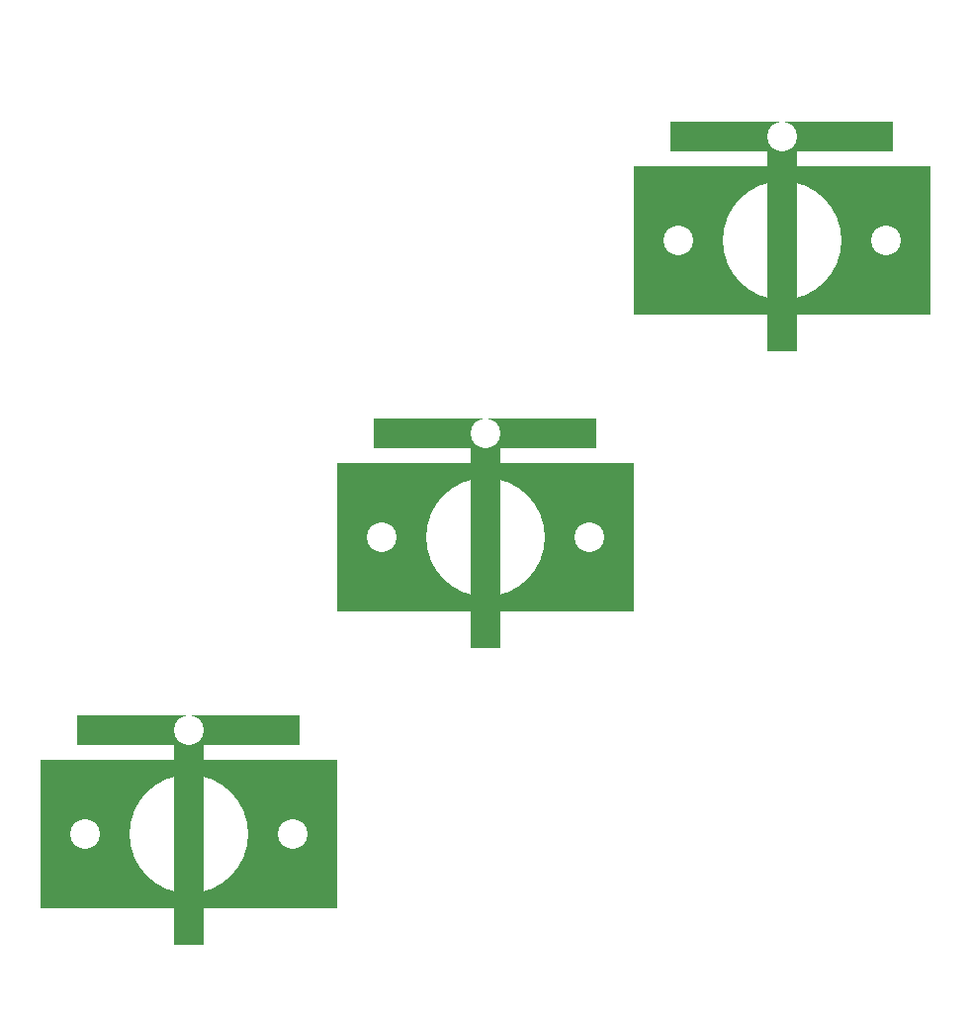
<source format=gbr>
%FSLAX34Y34*%
%MOIN*%
%AMTEST*
0 dark 1"x0.5" center rect at 0,0*
21,1,1,0.5,0,0,0*
0 clear 0.4" circle at 0,0*
1,0,0.4,0,0*
0 dark 0.1"x0.75" center rect at 0,0*
21,1,0.1,0.75,0,0,0*
0 dark 0.75"x0.1" center rect at 0,0.35*
21,1,0.75,0.1,0,0.35,0*
0 clear 0.1" circle at 0,0.35"*
1,0,0.1,0,0.35*
0 clear 0.1" circle at -0.35,0"*
1,0,0.1,-0.35,0*
0 clear 0.1" circle at 0.35,0"*
1,0,0.1,0.35,0*%
%ADD10TEST*%
D10*
X0Y0D03*
X010000Y010000D03*
X020000Y020000D03*
M02*

</source>
